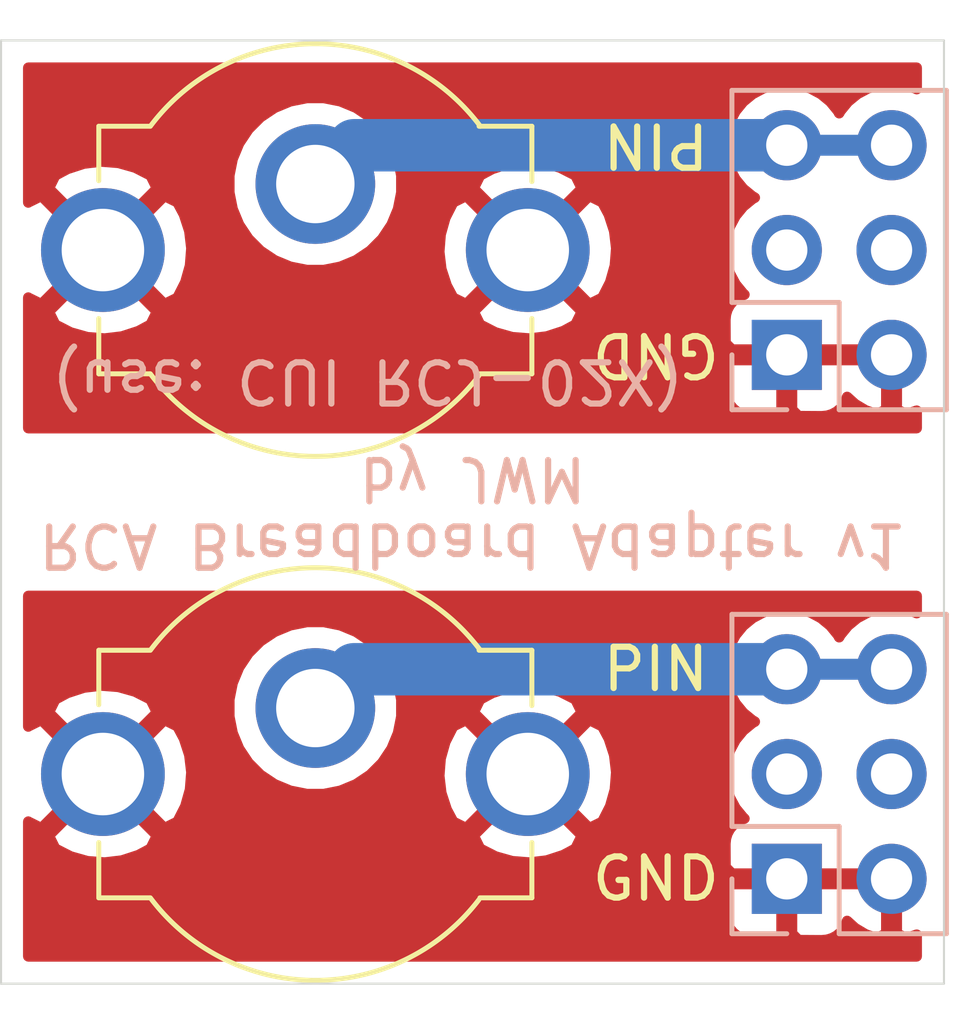
<source format=kicad_pcb>
(kicad_pcb (version 20171130) (host pcbnew "(5.1.2-1)-1")

  (general
    (thickness 1.6002)
    (drawings 10)
    (tracks 6)
    (zones 0)
    (modules 4)
    (nets 9)
  )

  (page A4)
  (layers
    (0 F.Cu signal)
    (31 B.Cu signal)
    (36 B.SilkS user)
    (37 F.SilkS user)
    (38 B.Mask user)
    (39 F.Mask user)
    (44 Edge.Cuts user)
    (45 Margin user hide)
    (46 B.CrtYd user hide)
    (47 F.CrtYd user hide)
    (48 B.Fab user hide)
    (49 F.Fab user hide)
  )

  (setup
    (last_trace_width 0.25)
    (trace_clearance 0.2)
    (zone_clearance 0.508)
    (zone_45_only no)
    (trace_min 0.1524)
    (via_size 0.8)
    (via_drill 0.4)
    (via_min_size 0.508)
    (via_min_drill 0.254)
    (uvia_size 0.508)
    (uvia_drill 0.254)
    (uvias_allowed no)
    (uvia_min_size 0.508)
    (uvia_min_drill 0.254)
    (edge_width 0.05)
    (segment_width 0.2)
    (pcb_text_width 0.3)
    (pcb_text_size 1.5 1.5)
    (mod_edge_width 0.12)
    (mod_text_size 1 1)
    (mod_text_width 0.15)
    (pad_size 1.524 1.524)
    (pad_drill 0.762)
    (pad_to_mask_clearance 0.0508)
    (aux_axis_origin 0 0)
    (visible_elements FFFFFF7F)
    (pcbplotparams
      (layerselection 0x010f0_ffffffff)
      (usegerberextensions true)
      (usegerberattributes false)
      (usegerberadvancedattributes false)
      (creategerberjobfile false)
      (excludeedgelayer true)
      (linewidth 0.100000)
      (plotframeref false)
      (viasonmask false)
      (mode 1)
      (useauxorigin false)
      (hpglpennumber 1)
      (hpglpenspeed 20)
      (hpglpendiameter 15.000000)
      (psnegative false)
      (psa4output false)
      (plotreference false)
      (plotvalue false)
      (plotinvisibletext false)
      (padsonsilk false)
      (subtractmaskfromsilk false)
      (outputformat 1)
      (mirror false)
      (drillshape 0)
      (scaleselection 1)
      (outputdirectory "gerbers/"))
  )

  (net 0 "")
  (net 1 "Net-(J1-Pad1)")
  (net 2 "Net-(J1-Pad2)")
  (net 3 "Net-(J2-Pad2)")
  (net 4 "Net-(J2-Pad1)")
  (net 5 "Net-(J3-Pad3)")
  (net 6 "Net-(J3-Pad4)")
  (net 7 "Net-(J4-Pad4)")
  (net 8 "Net-(J4-Pad3)")

  (net_class Default "This is the default net class."
    (clearance 0.2)
    (trace_width 0.25)
    (via_dia 0.8)
    (via_drill 0.4)
    (uvia_dia 0.508)
    (uvia_drill 0.254)
    (add_net "Net-(J1-Pad1)")
    (add_net "Net-(J1-Pad2)")
    (add_net "Net-(J2-Pad1)")
    (add_net "Net-(J2-Pad2)")
    (add_net "Net-(J3-Pad3)")
    (add_net "Net-(J3-Pad4)")
    (add_net "Net-(J4-Pad3)")
    (add_net "Net-(J4-Pad4)")
  )

  (module jwm_kicad_footprints_misc:RCA-Phono_CUI-Devices_RCJ-02X_Vertical (layer F.Cu) (tedit 5E8D5262) (tstamp 5E8BE5C8)
    (at 147.32 52.07)
    (descr "RCA Phono Connector, vertical, PCB mount, RCJ-02X, (https://www.cuidevices.com/product/interconnect/connectors/rca-connectors/rcj-02-series)")
    (tags "RCJ-021 RCJ-022 RCJ-023 RCJ-024 RCJ-025 RCJ-026 RCJ-027 RCA phono jack connector CUI")
    (path /5E6D038D)
    (fp_text reference J1 (at -0.04 2.25) (layer F.SilkS) hide
      (effects (font (size 1 1) (thickness 0.15)))
    )
    (fp_text value Conn_Coaxial (at 0.06 -8) (layer F.Fab) hide
      (effects (font (size 1 1) (thickness 0.15)))
    )
    (fp_line (start -6 6) (end -6 -6) (layer F.CrtYd) (width 0.12))
    (fp_line (start 6 6) (end -6 6) (layer F.CrtYd) (width 0.12))
    (fp_line (start 6 -6) (end 6 6) (layer F.CrtYd) (width 0.12))
    (fp_line (start -6 -6) (end 6 -6) (layer F.CrtYd) (width 0.12))
    (fp_line (start 5.25 -3) (end 5.25 -1.66) (layer F.SilkS) (width 0.12))
    (fp_line (start 5.25 3) (end 5.25 1.66) (layer F.SilkS) (width 0.12))
    (fp_line (start -5.25 3) (end -5.25 1.66) (layer F.SilkS) (width 0.12))
    (fp_line (start -5.25 -3) (end -5.25 -1.68) (layer F.SilkS) (width 0.12))
    (fp_line (start -5.25 -3) (end -4.03 -3) (layer F.SilkS) (width 0.12))
    (fp_line (start -5.25 3) (end -4.02 3) (layer F.SilkS) (width 0.12))
    (fp_line (start 5.25 3) (end 3.99 3) (layer F.SilkS) (width 0.12))
    (fp_line (start 5.25 -3) (end 3.97 -3) (layer F.SilkS) (width 0.12))
    (fp_arc (start 0 0) (end -4 3) (angle -105.5615103) (layer F.SilkS) (width 0.12))
    (fp_arc (start 0 0) (end 3.999999 -3) (angle -106.2602047) (layer F.SilkS) (width 0.12))
    (pad 2 thru_hole circle (at 0 -1.6) (size 2.9 2.9) (drill 1.9) (layers *.Cu *.Mask)
      (net 2 "Net-(J1-Pad2)"))
    (pad 1 thru_hole circle (at -5.15 0) (size 3 3) (drill 2) (layers *.Cu *.Mask)
      (net 1 "Net-(J1-Pad1)"))
    (pad 1 thru_hole circle (at 5.15 0) (size 3 3) (drill 2) (layers *.Cu *.Mask)
      (net 1 "Net-(J1-Pad1)"))
    (model ${KICAD_USER_3DMODEL_DIR}/jwm_kicad_3dmodels_misc.3dshapes/RCA-Phono_CUI-Devices_RCJ-02X_Vertical.wrl
      (offset (xyz 0 0 16.07))
      (scale (xyz 0.4 0.4 0.4))
      (rotate (xyz -90 0 0))
    )
  )

  (module jwm_kicad_footprints_misc:RCA-Phono_CUI-Devices_RCJ-02X_Vertical (layer F.Cu) (tedit 5E8D5262) (tstamp 5E8BE5DD)
    (at 147.32 64.77)
    (descr "RCA Phono Connector, vertical, PCB mount, RCJ-02X, (https://www.cuidevices.com/product/interconnect/connectors/rca-connectors/rcj-02-series)")
    (tags "RCJ-021 RCJ-022 RCJ-023 RCJ-024 RCJ-025 RCJ-026 RCJ-027 RCA phono jack connector CUI")
    (path /5E8BD17E)
    (fp_text reference J2 (at -0.04 2.25) (layer F.SilkS) hide
      (effects (font (size 1 1) (thickness 0.15)))
    )
    (fp_text value Conn_Coaxial (at 0.06 -8) (layer F.Fab) hide
      (effects (font (size 1 1) (thickness 0.15)))
    )
    (fp_line (start -6 6) (end -6 -6) (layer F.CrtYd) (width 0.12))
    (fp_line (start 6 6) (end -6 6) (layer F.CrtYd) (width 0.12))
    (fp_line (start 6 -6) (end 6 6) (layer F.CrtYd) (width 0.12))
    (fp_line (start -6 -6) (end 6 -6) (layer F.CrtYd) (width 0.12))
    (fp_line (start 5.25 -3) (end 5.25 -1.66) (layer F.SilkS) (width 0.12))
    (fp_line (start 5.25 3) (end 5.25 1.66) (layer F.SilkS) (width 0.12))
    (fp_line (start -5.25 3) (end -5.25 1.66) (layer F.SilkS) (width 0.12))
    (fp_line (start -5.25 -3) (end -5.25 -1.68) (layer F.SilkS) (width 0.12))
    (fp_line (start -5.25 -3) (end -4.03 -3) (layer F.SilkS) (width 0.12))
    (fp_line (start -5.25 3) (end -4.02 3) (layer F.SilkS) (width 0.12))
    (fp_line (start 5.25 3) (end 3.99 3) (layer F.SilkS) (width 0.12))
    (fp_line (start 5.25 -3) (end 3.97 -3) (layer F.SilkS) (width 0.12))
    (fp_arc (start 0 0) (end -4 3) (angle -105.5615103) (layer F.SilkS) (width 0.12))
    (fp_arc (start 0 0) (end 3.999999 -3) (angle -106.2602047) (layer F.SilkS) (width 0.12))
    (pad 2 thru_hole circle (at 0 -1.6) (size 2.9 2.9) (drill 1.9) (layers *.Cu *.Mask)
      (net 3 "Net-(J2-Pad2)"))
    (pad 1 thru_hole circle (at -5.15 0) (size 3 3) (drill 2) (layers *.Cu *.Mask)
      (net 4 "Net-(J2-Pad1)"))
    (pad 1 thru_hole circle (at 5.15 0) (size 3 3) (drill 2) (layers *.Cu *.Mask)
      (net 4 "Net-(J2-Pad1)"))
    (model ${KICAD_USER_3DMODEL_DIR}/jwm_kicad_3dmodels_misc.3dshapes/RCA-Phono_CUI-Devices_RCJ-02X_Vertical.wrl
      (offset (xyz 0 0 16.07))
      (scale (xyz 0.4 0.4 0.4))
      (rotate (xyz -90 0 0))
    )
  )

  (module Connector_PinHeader_2.54mm:PinHeader_2x03_P2.54mm_Vertical (layer B.Cu) (tedit 59FED5CC) (tstamp 5E8BE5F9)
    (at 158.75 54.61)
    (descr "Through hole straight pin header, 2x03, 2.54mm pitch, double rows")
    (tags "Through hole pin header THT 2x03 2.54mm double row")
    (path /5E6D1D49)
    (fp_text reference J3 (at 1.27 2.54) (layer B.SilkS) hide
      (effects (font (size 1 1) (thickness 0.15)) (justify mirror))
    )
    (fp_text value Conn_02x03_Odd_Even (at 1.27 -7.41) (layer B.Fab) hide
      (effects (font (size 1 1) (thickness 0.15)) (justify mirror))
    )
    (fp_line (start 0 1.27) (end 3.81 1.27) (layer B.Fab) (width 0.1))
    (fp_line (start 3.81 1.27) (end 3.81 -6.35) (layer B.Fab) (width 0.1))
    (fp_line (start 3.81 -6.35) (end -1.27 -6.35) (layer B.Fab) (width 0.1))
    (fp_line (start -1.27 -6.35) (end -1.27 0) (layer B.Fab) (width 0.1))
    (fp_line (start -1.27 0) (end 0 1.27) (layer B.Fab) (width 0.1))
    (fp_line (start -1.33 -6.41) (end 3.87 -6.41) (layer B.SilkS) (width 0.12))
    (fp_line (start -1.33 -1.27) (end -1.33 -6.41) (layer B.SilkS) (width 0.12))
    (fp_line (start 3.87 1.33) (end 3.87 -6.41) (layer B.SilkS) (width 0.12))
    (fp_line (start -1.33 -1.27) (end 1.27 -1.27) (layer B.SilkS) (width 0.12))
    (fp_line (start 1.27 -1.27) (end 1.27 1.33) (layer B.SilkS) (width 0.12))
    (fp_line (start 1.27 1.33) (end 3.87 1.33) (layer B.SilkS) (width 0.12))
    (fp_line (start -1.33 0) (end -1.33 1.33) (layer B.SilkS) (width 0.12))
    (fp_line (start -1.33 1.33) (end 0 1.33) (layer B.SilkS) (width 0.12))
    (fp_line (start -1.8 1.8) (end -1.8 -6.85) (layer B.CrtYd) (width 0.05))
    (fp_line (start -1.8 -6.85) (end 4.35 -6.85) (layer B.CrtYd) (width 0.05))
    (fp_line (start 4.35 -6.85) (end 4.35 1.8) (layer B.CrtYd) (width 0.05))
    (fp_line (start 4.35 1.8) (end -1.8 1.8) (layer B.CrtYd) (width 0.05))
    (fp_text user %R (at 1.27 -2.54 -90) (layer B.Fab)
      (effects (font (size 1 1) (thickness 0.15)) (justify mirror))
    )
    (pad 1 thru_hole rect (at 0 0) (size 1.7 1.7) (drill 1) (layers *.Cu *.Mask)
      (net 1 "Net-(J1-Pad1)"))
    (pad 2 thru_hole oval (at 2.54 0) (size 1.7 1.7) (drill 1) (layers *.Cu *.Mask)
      (net 1 "Net-(J1-Pad1)"))
    (pad 3 thru_hole oval (at 0 -2.54) (size 1.7 1.7) (drill 1) (layers *.Cu *.Mask)
      (net 5 "Net-(J3-Pad3)"))
    (pad 4 thru_hole oval (at 2.54 -2.54) (size 1.7 1.7) (drill 1) (layers *.Cu *.Mask)
      (net 6 "Net-(J3-Pad4)"))
    (pad 5 thru_hole oval (at 0 -5.08) (size 1.7 1.7) (drill 1) (layers *.Cu *.Mask)
      (net 2 "Net-(J1-Pad2)"))
    (pad 6 thru_hole oval (at 2.54 -5.08) (size 1.7 1.7) (drill 1) (layers *.Cu *.Mask)
      (net 2 "Net-(J1-Pad2)"))
    (model ${KISYS3DMOD}/Connector_PinHeader_2.54mm.3dshapes/PinHeader_2x03_P2.54mm_Vertical.wrl
      (at (xyz 0 0 0))
      (scale (xyz 1 1 1))
      (rotate (xyz 0 0 0))
    )
  )

  (module Connector_PinHeader_2.54mm:PinHeader_2x03_P2.54mm_Vertical (layer B.Cu) (tedit 59FED5CC) (tstamp 5E8BE615)
    (at 158.75 67.31)
    (descr "Through hole straight pin header, 2x03, 2.54mm pitch, double rows")
    (tags "Through hole pin header THT 2x03 2.54mm double row")
    (path /5E8BD184)
    (fp_text reference J4 (at 1.27 -7.62) (layer B.SilkS) hide
      (effects (font (size 1 1) (thickness 0.15)) (justify mirror))
    )
    (fp_text value Conn_02x03_Odd_Even (at 1.27 -7.41) (layer B.Fab) hide
      (effects (font (size 1 1) (thickness 0.15)) (justify mirror))
    )
    (fp_text user %R (at 1.27 -2.54 -90) (layer B.Fab)
      (effects (font (size 1 1) (thickness 0.15)) (justify mirror))
    )
    (fp_line (start 4.35 1.8) (end -1.8 1.8) (layer B.CrtYd) (width 0.05))
    (fp_line (start 4.35 -6.85) (end 4.35 1.8) (layer B.CrtYd) (width 0.05))
    (fp_line (start -1.8 -6.85) (end 4.35 -6.85) (layer B.CrtYd) (width 0.05))
    (fp_line (start -1.8 1.8) (end -1.8 -6.85) (layer B.CrtYd) (width 0.05))
    (fp_line (start -1.33 1.33) (end 0 1.33) (layer B.SilkS) (width 0.12))
    (fp_line (start -1.33 0) (end -1.33 1.33) (layer B.SilkS) (width 0.12))
    (fp_line (start 1.27 1.33) (end 3.87 1.33) (layer B.SilkS) (width 0.12))
    (fp_line (start 1.27 -1.27) (end 1.27 1.33) (layer B.SilkS) (width 0.12))
    (fp_line (start -1.33 -1.27) (end 1.27 -1.27) (layer B.SilkS) (width 0.12))
    (fp_line (start 3.87 1.33) (end 3.87 -6.41) (layer B.SilkS) (width 0.12))
    (fp_line (start -1.33 -1.27) (end -1.33 -6.41) (layer B.SilkS) (width 0.12))
    (fp_line (start -1.33 -6.41) (end 3.87 -6.41) (layer B.SilkS) (width 0.12))
    (fp_line (start -1.27 0) (end 0 1.27) (layer B.Fab) (width 0.1))
    (fp_line (start -1.27 -6.35) (end -1.27 0) (layer B.Fab) (width 0.1))
    (fp_line (start 3.81 -6.35) (end -1.27 -6.35) (layer B.Fab) (width 0.1))
    (fp_line (start 3.81 1.27) (end 3.81 -6.35) (layer B.Fab) (width 0.1))
    (fp_line (start 0 1.27) (end 3.81 1.27) (layer B.Fab) (width 0.1))
    (pad 6 thru_hole oval (at 2.54 -5.08) (size 1.7 1.7) (drill 1) (layers *.Cu *.Mask)
      (net 3 "Net-(J2-Pad2)"))
    (pad 5 thru_hole oval (at 0 -5.08) (size 1.7 1.7) (drill 1) (layers *.Cu *.Mask)
      (net 3 "Net-(J2-Pad2)"))
    (pad 4 thru_hole oval (at 2.54 -2.54) (size 1.7 1.7) (drill 1) (layers *.Cu *.Mask)
      (net 7 "Net-(J4-Pad4)"))
    (pad 3 thru_hole oval (at 0 -2.54) (size 1.7 1.7) (drill 1) (layers *.Cu *.Mask)
      (net 8 "Net-(J4-Pad3)"))
    (pad 2 thru_hole oval (at 2.54 0) (size 1.7 1.7) (drill 1) (layers *.Cu *.Mask)
      (net 4 "Net-(J2-Pad1)"))
    (pad 1 thru_hole rect (at 0 0) (size 1.7 1.7) (drill 1) (layers *.Cu *.Mask)
      (net 4 "Net-(J2-Pad1)"))
    (model ${KISYS3DMOD}/Connector_PinHeader_2.54mm.3dshapes/PinHeader_2x03_P2.54mm_Vertical.wrl
      (at (xyz 0 0 0))
      (scale (xyz 1 1 1))
      (rotate (xyz 0 0 0))
    )
  )

  (gr_text "(use: CUI RCJ-02X)" (at 148.59 55.245 180) (layer B.SilkS)
    (effects (font (size 1 1) (thickness 0.15)) (justify mirror))
  )
  (gr_line (start 162.56 46.99) (end 139.7 46.99) (layer Edge.Cuts) (width 0.05) (tstamp 5E8BECD7))
  (gr_line (start 162.56 69.85) (end 139.7 69.85) (layer Edge.Cuts) (width 0.05) (tstamp 5E8BECD6))
  (gr_line (start 162.56 46.99) (end 162.56 69.85) (layer Edge.Cuts) (width 0.05))
  (gr_text "RCA Breadboard Adapter v1\nby JWM" (at 151.13 58.42 180) (layer B.SilkS)
    (effects (font (size 1 1) (thickness 0.15)) (justify mirror))
  )
  (gr_line (start 139.7 69.85) (end 139.7 46.99) (layer Edge.Cuts) (width 0.05) (tstamp 5E8BEAA1))
  (gr_text GND (at 155.575 54.61 180) (layer F.SilkS) (tstamp 5E8BE9B0)
    (effects (font (size 1 1) (thickness 0.15)))
  )
  (gr_text PIN (at 155.575 49.53 180) (layer F.SilkS) (tstamp 5E8BE9AD)
    (effects (font (size 1 1) (thickness 0.15)))
  )
  (gr_text GND (at 155.575 67.31) (layer F.SilkS)
    (effects (font (size 1 1) (thickness 0.15)))
  )
  (gr_text PIN (at 155.575 62.23) (layer F.SilkS)
    (effects (font (size 1 1) (thickness 0.15)))
  )

  (segment (start 161.29 49.53) (end 158.75 49.53) (width 0.508) (layer B.Cu) (net 2))
  (segment (start 148.26 49.53) (end 147.32 50.47) (width 0.25) (layer B.Cu) (net 2))
  (segment (start 158.75 49.53) (end 148.26 49.53) (width 1.27) (layer B.Cu) (net 2))
  (segment (start 161.29 62.23) (end 158.75 62.23) (width 0.508) (layer B.Cu) (net 3))
  (segment (start 148.26 62.23) (end 147.32 63.17) (width 0.25) (layer B.Cu) (net 3))
  (segment (start 158.75 62.23) (end 148.26 62.23) (width 1.27) (layer B.Cu) (net 3))

  (zone (net 1) (net_name "Net-(J1-Pad1)") (layer F.Cu) (tstamp 5E8BF21A) (hatch edge 0.508)
    (connect_pads (clearance 0.508))
    (min_thickness 0.254)
    (fill yes (arc_segments 32) (thermal_gap 0.508) (thermal_bridge_width 0.508))
    (polygon
      (pts
        (xy 139.7 46.99) (xy 162.56 46.99) (xy 162.56 56.515) (xy 139.7 56.515)
      )
    )
    (filled_polygon
      (pts
        (xy 161.9 48.172229) (xy 161.861034 48.151401) (xy 161.581111 48.066487) (xy 161.36295 48.045) (xy 161.21705 48.045)
        (xy 160.998889 48.066487) (xy 160.718966 48.151401) (xy 160.460986 48.289294) (xy 160.234866 48.474866) (xy 160.049294 48.700986)
        (xy 160.02 48.755791) (xy 159.990706 48.700986) (xy 159.805134 48.474866) (xy 159.579014 48.289294) (xy 159.321034 48.151401)
        (xy 159.041111 48.066487) (xy 158.82295 48.045) (xy 158.67705 48.045) (xy 158.458889 48.066487) (xy 158.178966 48.151401)
        (xy 157.920986 48.289294) (xy 157.694866 48.474866) (xy 157.509294 48.700986) (xy 157.371401 48.958966) (xy 157.286487 49.238889)
        (xy 157.257815 49.53) (xy 157.286487 49.821111) (xy 157.371401 50.101034) (xy 157.509294 50.359014) (xy 157.694866 50.585134)
        (xy 157.920986 50.770706) (xy 157.975791 50.8) (xy 157.920986 50.829294) (xy 157.694866 51.014866) (xy 157.509294 51.240986)
        (xy 157.371401 51.498966) (xy 157.286487 51.778889) (xy 157.257815 52.07) (xy 157.286487 52.361111) (xy 157.371401 52.641034)
        (xy 157.509294 52.899014) (xy 157.694866 53.125134) (xy 157.724687 53.149607) (xy 157.65582 53.170498) (xy 157.545506 53.229463)
        (xy 157.448815 53.308815) (xy 157.369463 53.405506) (xy 157.310498 53.51582) (xy 157.274188 53.635518) (xy 157.261928 53.76)
        (xy 157.265 54.32425) (xy 157.42375 54.483) (xy 158.623 54.483) (xy 158.623 54.463) (xy 158.877 54.463)
        (xy 158.877 54.483) (xy 161.163 54.483) (xy 161.163 54.463) (xy 161.417 54.463) (xy 161.417 54.483)
        (xy 161.437 54.483) (xy 161.437 54.737) (xy 161.417 54.737) (xy 161.417 55.930814) (xy 161.646891 56.051481)
        (xy 161.9 55.961696) (xy 161.9 56.388) (xy 140.36 56.388) (xy 140.36 55.46) (xy 157.261928 55.46)
        (xy 157.274188 55.584482) (xy 157.310498 55.70418) (xy 157.369463 55.814494) (xy 157.448815 55.911185) (xy 157.545506 55.990537)
        (xy 157.65582 56.049502) (xy 157.775518 56.085812) (xy 157.9 56.098072) (xy 158.46425 56.095) (xy 158.623 55.93625)
        (xy 158.623 54.737) (xy 158.877 54.737) (xy 158.877 55.93625) (xy 159.03575 56.095) (xy 159.6 56.098072)
        (xy 159.724482 56.085812) (xy 159.84418 56.049502) (xy 159.954494 55.990537) (xy 160.051185 55.911185) (xy 160.130537 55.814494)
        (xy 160.189502 55.70418) (xy 160.212498 55.628374) (xy 160.408645 55.805178) (xy 160.658748 55.954157) (xy 160.933109 56.051481)
        (xy 161.163 55.930814) (xy 161.163 54.737) (xy 158.877 54.737) (xy 158.623 54.737) (xy 157.42375 54.737)
        (xy 157.265 54.89575) (xy 157.261928 55.46) (xy 140.36 55.46) (xy 140.36 53.561653) (xy 140.857952 53.561653)
        (xy 141.013962 53.877214) (xy 141.388745 54.06802) (xy 141.793551 54.182044) (xy 142.212824 54.214902) (xy 142.630451 54.165334)
        (xy 143.030383 54.035243) (xy 143.326038 53.877214) (xy 143.482048 53.561653) (xy 151.157952 53.561653) (xy 151.313962 53.877214)
        (xy 151.688745 54.06802) (xy 152.093551 54.182044) (xy 152.512824 54.214902) (xy 152.930451 54.165334) (xy 153.330383 54.035243)
        (xy 153.626038 53.877214) (xy 153.782048 53.561653) (xy 152.47 52.249605) (xy 151.157952 53.561653) (xy 143.482048 53.561653)
        (xy 142.17 52.249605) (xy 140.857952 53.561653) (xy 140.36 53.561653) (xy 140.36 53.220826) (xy 140.362786 53.226038)
        (xy 140.678347 53.382048) (xy 141.990395 52.07) (xy 142.349605 52.07) (xy 143.661653 53.382048) (xy 143.977214 53.226038)
        (xy 144.16802 52.851255) (xy 144.282044 52.446449) (xy 144.314902 52.027176) (xy 144.265334 51.609549) (xy 144.135243 51.209617)
        (xy 143.977214 50.913962) (xy 143.661653 50.757952) (xy 142.349605 52.07) (xy 141.990395 52.07) (xy 140.678347 50.757952)
        (xy 140.362786 50.913962) (xy 140.36 50.919434) (xy 140.36 50.578347) (xy 140.857952 50.578347) (xy 142.17 51.890395)
        (xy 143.482048 50.578347) (xy 143.326958 50.264645) (xy 145.235 50.264645) (xy 145.235 50.675355) (xy 145.315126 51.078172)
        (xy 145.472297 51.457618) (xy 145.700475 51.79911) (xy 145.99089 52.089525) (xy 146.332382 52.317703) (xy 146.711828 52.474874)
        (xy 147.114645 52.555) (xy 147.525355 52.555) (xy 147.928172 52.474874) (xy 148.307618 52.317703) (xy 148.61424 52.112824)
        (xy 150.325098 52.112824) (xy 150.374666 52.530451) (xy 150.504757 52.930383) (xy 150.662786 53.226038) (xy 150.978347 53.382048)
        (xy 152.290395 52.07) (xy 152.649605 52.07) (xy 153.961653 53.382048) (xy 154.277214 53.226038) (xy 154.46802 52.851255)
        (xy 154.582044 52.446449) (xy 154.614902 52.027176) (xy 154.565334 51.609549) (xy 154.435243 51.209617) (xy 154.277214 50.913962)
        (xy 153.961653 50.757952) (xy 152.649605 52.07) (xy 152.290395 52.07) (xy 150.978347 50.757952) (xy 150.662786 50.913962)
        (xy 150.47198 51.288745) (xy 150.357956 51.693551) (xy 150.325098 52.112824) (xy 148.61424 52.112824) (xy 148.64911 52.089525)
        (xy 148.939525 51.79911) (xy 149.167703 51.457618) (xy 149.324874 51.078172) (xy 149.405 50.675355) (xy 149.405 50.578347)
        (xy 151.157952 50.578347) (xy 152.47 51.890395) (xy 153.782048 50.578347) (xy 153.626038 50.262786) (xy 153.251255 50.07198)
        (xy 152.846449 49.957956) (xy 152.427176 49.925098) (xy 152.009549 49.974666) (xy 151.609617 50.104757) (xy 151.313962 50.262786)
        (xy 151.157952 50.578347) (xy 149.405 50.578347) (xy 149.405 50.264645) (xy 149.324874 49.861828) (xy 149.167703 49.482382)
        (xy 148.939525 49.14089) (xy 148.64911 48.850475) (xy 148.307618 48.622297) (xy 147.928172 48.465126) (xy 147.525355 48.385)
        (xy 147.114645 48.385) (xy 146.711828 48.465126) (xy 146.332382 48.622297) (xy 145.99089 48.850475) (xy 145.700475 49.14089)
        (xy 145.472297 49.482382) (xy 145.315126 49.861828) (xy 145.235 50.264645) (xy 143.326958 50.264645) (xy 143.326038 50.262786)
        (xy 142.951255 50.07198) (xy 142.546449 49.957956) (xy 142.127176 49.925098) (xy 141.709549 49.974666) (xy 141.309617 50.104757)
        (xy 141.013962 50.262786) (xy 140.857952 50.578347) (xy 140.36 50.578347) (xy 140.36 47.65) (xy 161.9 47.65)
      )
    )
  )
  (zone (net 4) (net_name "Net-(J2-Pad1)") (layer F.Cu) (tstamp 5E8BF217) (hatch edge 0.508)
    (connect_pads (clearance 0.508))
    (min_thickness 0.254)
    (fill yes (arc_segments 32) (thermal_gap 0.508) (thermal_bridge_width 0.508))
    (polygon
      (pts
        (xy 139.7 69.85) (xy 162.56 69.85) (xy 162.56 60.325) (xy 139.7 60.325)
      )
    )
    (filled_polygon
      (pts
        (xy 161.900001 60.872229) (xy 161.861034 60.851401) (xy 161.581111 60.766487) (xy 161.36295 60.745) (xy 161.21705 60.745)
        (xy 160.998889 60.766487) (xy 160.718966 60.851401) (xy 160.460986 60.989294) (xy 160.234866 61.174866) (xy 160.049294 61.400986)
        (xy 160.02 61.455791) (xy 159.990706 61.400986) (xy 159.805134 61.174866) (xy 159.579014 60.989294) (xy 159.321034 60.851401)
        (xy 159.041111 60.766487) (xy 158.82295 60.745) (xy 158.67705 60.745) (xy 158.458889 60.766487) (xy 158.178966 60.851401)
        (xy 157.920986 60.989294) (xy 157.694866 61.174866) (xy 157.509294 61.400986) (xy 157.371401 61.658966) (xy 157.286487 61.938889)
        (xy 157.257815 62.23) (xy 157.286487 62.521111) (xy 157.371401 62.801034) (xy 157.509294 63.059014) (xy 157.694866 63.285134)
        (xy 157.920986 63.470706) (xy 157.975791 63.5) (xy 157.920986 63.529294) (xy 157.694866 63.714866) (xy 157.509294 63.940986)
        (xy 157.371401 64.198966) (xy 157.286487 64.478889) (xy 157.257815 64.77) (xy 157.286487 65.061111) (xy 157.371401 65.341034)
        (xy 157.509294 65.599014) (xy 157.694866 65.825134) (xy 157.724687 65.849607) (xy 157.65582 65.870498) (xy 157.545506 65.929463)
        (xy 157.448815 66.008815) (xy 157.369463 66.105506) (xy 157.310498 66.21582) (xy 157.274188 66.335518) (xy 157.261928 66.46)
        (xy 157.265 67.02425) (xy 157.42375 67.183) (xy 158.623 67.183) (xy 158.623 67.163) (xy 158.877 67.163)
        (xy 158.877 67.183) (xy 161.163 67.183) (xy 161.163 67.163) (xy 161.417 67.163) (xy 161.417 67.183)
        (xy 161.437 67.183) (xy 161.437 67.437) (xy 161.417 67.437) (xy 161.417 68.630814) (xy 161.646891 68.751481)
        (xy 161.900001 68.661695) (xy 161.900001 69.19) (xy 140.36 69.19) (xy 140.36 68.16) (xy 157.261928 68.16)
        (xy 157.274188 68.284482) (xy 157.310498 68.40418) (xy 157.369463 68.514494) (xy 157.448815 68.611185) (xy 157.545506 68.690537)
        (xy 157.65582 68.749502) (xy 157.775518 68.785812) (xy 157.9 68.798072) (xy 158.46425 68.795) (xy 158.623 68.63625)
        (xy 158.623 67.437) (xy 158.877 67.437) (xy 158.877 68.63625) (xy 159.03575 68.795) (xy 159.6 68.798072)
        (xy 159.724482 68.785812) (xy 159.84418 68.749502) (xy 159.954494 68.690537) (xy 160.051185 68.611185) (xy 160.130537 68.514494)
        (xy 160.189502 68.40418) (xy 160.212498 68.328374) (xy 160.408645 68.505178) (xy 160.658748 68.654157) (xy 160.933109 68.751481)
        (xy 161.163 68.630814) (xy 161.163 67.437) (xy 158.877 67.437) (xy 158.623 67.437) (xy 157.42375 67.437)
        (xy 157.265 67.59575) (xy 157.261928 68.16) (xy 140.36 68.16) (xy 140.36 66.261653) (xy 140.857952 66.261653)
        (xy 141.013962 66.577214) (xy 141.388745 66.76802) (xy 141.793551 66.882044) (xy 142.212824 66.914902) (xy 142.630451 66.865334)
        (xy 143.030383 66.735243) (xy 143.326038 66.577214) (xy 143.482048 66.261653) (xy 151.157952 66.261653) (xy 151.313962 66.577214)
        (xy 151.688745 66.76802) (xy 152.093551 66.882044) (xy 152.512824 66.914902) (xy 152.930451 66.865334) (xy 153.330383 66.735243)
        (xy 153.626038 66.577214) (xy 153.782048 66.261653) (xy 152.47 64.949605) (xy 151.157952 66.261653) (xy 143.482048 66.261653)
        (xy 142.17 64.949605) (xy 140.857952 66.261653) (xy 140.36 66.261653) (xy 140.36 65.920826) (xy 140.362786 65.926038)
        (xy 140.678347 66.082048) (xy 141.990395 64.77) (xy 142.349605 64.77) (xy 143.661653 66.082048) (xy 143.977214 65.926038)
        (xy 144.16802 65.551255) (xy 144.282044 65.146449) (xy 144.314902 64.727176) (xy 144.265334 64.309549) (xy 144.135243 63.909617)
        (xy 143.977214 63.613962) (xy 143.661653 63.457952) (xy 142.349605 64.77) (xy 141.990395 64.77) (xy 140.678347 63.457952)
        (xy 140.362786 63.613962) (xy 140.36 63.619434) (xy 140.36 63.278347) (xy 140.857952 63.278347) (xy 142.17 64.590395)
        (xy 143.482048 63.278347) (xy 143.326958 62.964645) (xy 145.235 62.964645) (xy 145.235 63.375355) (xy 145.315126 63.778172)
        (xy 145.472297 64.157618) (xy 145.700475 64.49911) (xy 145.99089 64.789525) (xy 146.332382 65.017703) (xy 146.711828 65.174874)
        (xy 147.114645 65.255) (xy 147.525355 65.255) (xy 147.928172 65.174874) (xy 148.307618 65.017703) (xy 148.61424 64.812824)
        (xy 150.325098 64.812824) (xy 150.374666 65.230451) (xy 150.504757 65.630383) (xy 150.662786 65.926038) (xy 150.978347 66.082048)
        (xy 152.290395 64.77) (xy 152.649605 64.77) (xy 153.961653 66.082048) (xy 154.277214 65.926038) (xy 154.46802 65.551255)
        (xy 154.582044 65.146449) (xy 154.614902 64.727176) (xy 154.565334 64.309549) (xy 154.435243 63.909617) (xy 154.277214 63.613962)
        (xy 153.961653 63.457952) (xy 152.649605 64.77) (xy 152.290395 64.77) (xy 150.978347 63.457952) (xy 150.662786 63.613962)
        (xy 150.47198 63.988745) (xy 150.357956 64.393551) (xy 150.325098 64.812824) (xy 148.61424 64.812824) (xy 148.64911 64.789525)
        (xy 148.939525 64.49911) (xy 149.167703 64.157618) (xy 149.324874 63.778172) (xy 149.405 63.375355) (xy 149.405 63.278347)
        (xy 151.157952 63.278347) (xy 152.47 64.590395) (xy 153.782048 63.278347) (xy 153.626038 62.962786) (xy 153.251255 62.77198)
        (xy 152.846449 62.657956) (xy 152.427176 62.625098) (xy 152.009549 62.674666) (xy 151.609617 62.804757) (xy 151.313962 62.962786)
        (xy 151.157952 63.278347) (xy 149.405 63.278347) (xy 149.405 62.964645) (xy 149.324874 62.561828) (xy 149.167703 62.182382)
        (xy 148.939525 61.84089) (xy 148.64911 61.550475) (xy 148.307618 61.322297) (xy 147.928172 61.165126) (xy 147.525355 61.085)
        (xy 147.114645 61.085) (xy 146.711828 61.165126) (xy 146.332382 61.322297) (xy 145.99089 61.550475) (xy 145.700475 61.84089)
        (xy 145.472297 62.182382) (xy 145.315126 62.561828) (xy 145.235 62.964645) (xy 143.326958 62.964645) (xy 143.326038 62.962786)
        (xy 142.951255 62.77198) (xy 142.546449 62.657956) (xy 142.127176 62.625098) (xy 141.709549 62.674666) (xy 141.309617 62.804757)
        (xy 141.013962 62.962786) (xy 140.857952 63.278347) (xy 140.36 63.278347) (xy 140.36 60.452) (xy 161.900001 60.452)
      )
    )
  )
)

</source>
